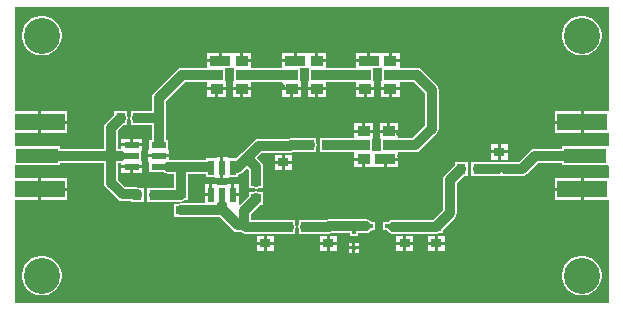
<source format=gbr>
%TF.GenerationSoftware,Altium Limited,Altium Designer,22.6.1 (34)*%
G04 Layer_Physical_Order=1*
G04 Layer_Color=255*
%FSLAX26Y26*%
%MOIN*%
%TF.SameCoordinates,8B827DF8-CB59-4627-A0E1-72AFC477AE17*%
%TF.FilePolarity,Positive*%
%TF.FileFunction,Copper,L1,Top,Signal*%
%TF.Part,Single*%
G01*
G75*
%TA.AperFunction,SMDPad,CuDef*%
%ADD10R,0.035433X0.031496*%
%ADD11R,0.031496X0.035433*%
%ADD12R,0.050000X0.020000*%
%ADD13R,0.041339X0.031890*%
%ADD14R,0.066929X0.031890*%
%TA.AperFunction,ConnectorPad*%
%ADD15R,0.141732X0.050000*%
%ADD16R,0.165354X0.053150*%
%TA.AperFunction,SMDPad,CuDef*%
%ADD17R,0.020000X0.050000*%
%ADD18R,0.013780X0.013780*%
%ADD19R,0.013780X0.013780*%
%TA.AperFunction,Conductor*%
%ADD20C,0.034000*%
%TA.AperFunction,WasherPad*%
%ADD21C,0.120000*%
%TA.AperFunction,ViaPad*%
%ADD22C,0.020000*%
G36*
X2989805Y1647795D02*
X2907126D01*
Y1611220D01*
Y1574646D01*
X2989805D01*
Y1534783D01*
X2986866Y1531000D01*
X2984805Y1531000D01*
X2833134D01*
Y1523451D01*
X2745000D01*
X2736026Y1521666D01*
X2728418Y1516582D01*
X2690286Y1478451D01*
X2648717D01*
Y1479189D01*
X2601284D01*
Y1477734D01*
X2574307D01*
Y1478717D01*
X2530811D01*
Y1456549D01*
X2530360Y1454283D01*
X2530811Y1452018D01*
Y1431284D01*
X2551545D01*
X2553811Y1430833D01*
X2621843D01*
X2630817Y1432618D01*
X2633945Y1434708D01*
X2636001Y1433334D01*
X2644976Y1431549D01*
X2700000D01*
X2708974Y1433334D01*
X2716582Y1438418D01*
X2754714Y1476549D01*
X2833134D01*
Y1469000D01*
X2984805D01*
X2986866Y1469000D01*
X2989805Y1465217D01*
Y1425354D01*
X2907126D01*
Y1388780D01*
Y1352205D01*
X2989805D01*
Y1010195D01*
X1010195D01*
Y1352205D01*
X1087874D01*
Y1388780D01*
Y1425354D01*
X1010195D01*
Y1469000D01*
X1161866D01*
Y1476549D01*
X1306549D01*
Y1410000D01*
X1308334Y1401026D01*
X1313418Y1393418D01*
X1352701Y1354135D01*
X1360309Y1349051D01*
X1369283Y1347266D01*
X1395693D01*
Y1346284D01*
X1439189D01*
Y1361441D01*
X1440892Y1370000D01*
X1439189Y1378560D01*
Y1393717D01*
X1418990D01*
X1416724Y1394167D01*
X1378997D01*
X1353451Y1419714D01*
Y1476549D01*
X1365000D01*
Y1468000D01*
X1400000D01*
X1435000D01*
Y1483000D01*
X1431000Y1484000D01*
Y1516000D01*
X1435000Y1517000D01*
Y1532000D01*
X1400000D01*
X1365000D01*
Y1523451D01*
X1353451D01*
Y1582845D01*
X1371889Y1601284D01*
X1384189D01*
Y1616441D01*
X1385892Y1625000D01*
X1384189Y1633560D01*
Y1648717D01*
X1340693D01*
Y1636416D01*
X1313418Y1609141D01*
X1308334Y1601533D01*
X1306549Y1592559D01*
Y1523451D01*
X1161866D01*
Y1531000D01*
X1010195D01*
Y1574646D01*
X1087874D01*
Y1611220D01*
Y1647795D01*
X1010195D01*
Y1994805D01*
X2989805D01*
Y1647795D01*
D02*
G37*
%LPC*%
G36*
X2906500Y1966000D02*
X2893500D01*
X2880749Y1963464D01*
X2868737Y1958488D01*
X2857927Y1951265D01*
X2848735Y1942072D01*
X2841512Y1931263D01*
X2836536Y1919252D01*
X2834000Y1906500D01*
Y1893500D01*
X2836536Y1880748D01*
X2841512Y1868737D01*
X2848735Y1857928D01*
X2857927Y1848735D01*
X2868737Y1841512D01*
X2880749Y1836536D01*
X2893500Y1834000D01*
X2906500D01*
X2919251Y1836536D01*
X2931263Y1841512D01*
X2942073Y1848735D01*
X2951265Y1857928D01*
X2958488Y1868737D01*
X2963464Y1880748D01*
X2966000Y1893500D01*
Y1906500D01*
X2963464Y1919252D01*
X2958488Y1931263D01*
X2951265Y1942072D01*
X2942073Y1951265D01*
X2931263Y1958488D01*
X2919251Y1963464D01*
X2906500Y1966000D01*
D02*
G37*
G36*
X1106500D02*
X1093500D01*
X1080748Y1963464D01*
X1068737Y1958488D01*
X1057928Y1951265D01*
X1048735Y1942072D01*
X1041512Y1931263D01*
X1036536Y1919252D01*
X1034000Y1906500D01*
Y1893500D01*
X1036536Y1880748D01*
X1041512Y1868737D01*
X1048735Y1857928D01*
X1057928Y1848735D01*
X1068737Y1841512D01*
X1080748Y1836536D01*
X1093500Y1834000D01*
X1106500D01*
X1119252Y1836536D01*
X1131263Y1841512D01*
X1142072Y1848735D01*
X1151265Y1857928D01*
X1158488Y1868737D01*
X1163464Y1880748D01*
X1166000Y1893500D01*
Y1906500D01*
X1163464Y1919252D01*
X1158488Y1931263D01*
X1151265Y1942072D01*
X1142072Y1951265D01*
X1131263Y1958488D01*
X1119252Y1963464D01*
X1106500Y1966000D01*
D02*
G37*
G36*
X2292992Y1842992D02*
X2267323D01*
Y1822047D01*
X2292992D01*
Y1842992D01*
D02*
G37*
G36*
X2185472D02*
X2147008D01*
Y1822047D01*
X2185472D01*
Y1842992D01*
D02*
G37*
G36*
X2047992D02*
X2022323D01*
Y1822047D01*
X2047992D01*
Y1842992D01*
D02*
G37*
G36*
X1940472D02*
X1902008D01*
Y1822047D01*
X1940472D01*
Y1842992D01*
D02*
G37*
G36*
X1797992D02*
X1772323D01*
Y1822047D01*
X1797992D01*
Y1842992D01*
D02*
G37*
G36*
X1690472D02*
X1652008D01*
Y1822047D01*
X1690472D01*
Y1842992D01*
D02*
G37*
G36*
X2257323D02*
X2195472D01*
Y1817047D01*
X2190472D01*
Y1812047D01*
X2147008D01*
Y1793451D01*
X2047992D01*
Y1812047D01*
X2017323D01*
Y1817047D01*
X2012323D01*
Y1842992D01*
X1950472D01*
Y1817047D01*
X1945472D01*
Y1812047D01*
X1902008D01*
Y1793451D01*
X1797992D01*
Y1812047D01*
X1767323D01*
Y1817047D01*
X1762323D01*
Y1842992D01*
X1700472D01*
Y1817047D01*
X1695472D01*
Y1812047D01*
X1652008D01*
Y1793451D01*
X1567000D01*
X1558026Y1791666D01*
X1550418Y1786582D01*
X1550418Y1786582D01*
X1473418Y1709582D01*
X1468334Y1701974D01*
X1466549Y1693000D01*
Y1648451D01*
X1439307D01*
Y1648717D01*
X1395811D01*
Y1633560D01*
X1394109Y1625000D01*
X1395811Y1616441D01*
Y1601284D01*
X1439307D01*
Y1601550D01*
X1466549D01*
Y1553000D01*
X1459000D01*
X1459000Y1522414D01*
X1455000Y1520000D01*
X1455000Y1518586D01*
X1455000Y1518585D01*
Y1505000D01*
X1490000D01*
X1525000D01*
Y1518585D01*
X1525000Y1518586D01*
X1525000Y1520000D01*
X1521000Y1522414D01*
X1521000Y1525000D01*
Y1553000D01*
X1513451D01*
Y1625000D01*
Y1683286D01*
X1576714Y1746549D01*
X1652008D01*
Y1727953D01*
X1713347D01*
Y1748898D01*
X1709347D01*
Y1791102D01*
X1740653D01*
Y1748898D01*
X1736653D01*
Y1727953D01*
X1797992D01*
Y1746549D01*
X1902008D01*
Y1727953D01*
X1963347D01*
Y1748898D01*
X1959347D01*
Y1791102D01*
X1990653D01*
Y1748898D01*
X1986653D01*
Y1727953D01*
X2047992D01*
Y1746549D01*
X2147008D01*
Y1727953D01*
X2208347D01*
Y1748898D01*
X2204347D01*
Y1791102D01*
X2235653D01*
Y1748898D01*
X2231653D01*
Y1727953D01*
X2292992D01*
Y1746549D01*
X2340286D01*
X2376549Y1710286D01*
Y1599714D01*
X2335286Y1558451D01*
X2287992D01*
Y1577047D01*
X2257323D01*
X2226653D01*
Y1556102D01*
X2230653D01*
Y1513898D01*
X2199347D01*
Y1556102D01*
X2203347D01*
Y1577047D01*
X2172677D01*
X2142008D01*
Y1558450D01*
X2069307D01*
Y1558716D01*
X2025811D01*
Y1511283D01*
X2069307D01*
Y1511549D01*
X2142008D01*
Y1492953D01*
X2172677D01*
Y1487953D01*
X2177677D01*
Y1462008D01*
X2239528D01*
Y1487953D01*
X2244528D01*
Y1492953D01*
X2287992D01*
Y1511549D01*
X2345000D01*
X2353974Y1513334D01*
X2361582Y1518418D01*
X2416582Y1573418D01*
X2416582Y1573418D01*
X2421666Y1581026D01*
X2423451Y1590000D01*
Y1720000D01*
X2421666Y1728974D01*
X2416582Y1736582D01*
X2366582Y1786582D01*
X2358974Y1791666D01*
X2350000Y1793451D01*
X2292992D01*
Y1812047D01*
X2262323D01*
Y1817047D01*
X2257323D01*
Y1842992D01*
D02*
G37*
G36*
X2292992Y1717953D02*
X2267323D01*
Y1697008D01*
X2292992D01*
Y1717953D01*
D02*
G37*
G36*
X2257323D02*
X2231653D01*
Y1697008D01*
X2257323D01*
Y1717953D01*
D02*
G37*
G36*
X2208347D02*
X2182677D01*
Y1697008D01*
X2208347D01*
Y1717953D01*
D02*
G37*
G36*
X2172677D02*
X2147008D01*
Y1697008D01*
X2172677D01*
Y1717953D01*
D02*
G37*
G36*
X2047992D02*
X2022323D01*
Y1697008D01*
X2047992D01*
Y1717953D01*
D02*
G37*
G36*
X2012323D02*
X1986653D01*
Y1697008D01*
X2012323D01*
Y1717953D01*
D02*
G37*
G36*
X1963347D02*
X1937677D01*
Y1697008D01*
X1963347D01*
Y1717953D01*
D02*
G37*
G36*
X1927677D02*
X1902008D01*
Y1697008D01*
X1927677D01*
Y1717953D01*
D02*
G37*
G36*
X1797992D02*
X1772323D01*
Y1697008D01*
X1797992D01*
Y1717953D01*
D02*
G37*
G36*
X1762323D02*
X1736653D01*
Y1697008D01*
X1762323D01*
Y1717953D01*
D02*
G37*
G36*
X1713347D02*
X1687677D01*
Y1697008D01*
X1713347D01*
Y1717953D01*
D02*
G37*
G36*
X1677677D02*
X1652008D01*
Y1697008D01*
X1677677D01*
Y1717953D01*
D02*
G37*
G36*
X1185551Y1647795D02*
X1097874D01*
Y1616220D01*
X1185551D01*
Y1647795D01*
D02*
G37*
G36*
X2897126D02*
X2809449D01*
Y1616220D01*
X2897126D01*
Y1647795D01*
D02*
G37*
G36*
X2287992Y1607992D02*
X2262323D01*
Y1587047D01*
X2287992D01*
Y1607992D01*
D02*
G37*
G36*
X2203347D02*
X2177677D01*
Y1587047D01*
X2203347D01*
Y1607992D01*
D02*
G37*
G36*
X2252323D02*
X2226653D01*
Y1587047D01*
X2252323D01*
Y1607992D01*
D02*
G37*
G36*
X2167677D02*
X2142008D01*
Y1587047D01*
X2167677D01*
Y1607992D01*
D02*
G37*
G36*
X2897126Y1606220D02*
X2809449D01*
Y1574646D01*
X2897126D01*
Y1606220D01*
D02*
G37*
G36*
X1185551D02*
X1097874D01*
Y1574646D01*
X1185551D01*
Y1606220D01*
D02*
G37*
G36*
X1435000Y1557000D02*
X1405000D01*
Y1542000D01*
X1435000D01*
Y1557000D01*
D02*
G37*
G36*
X1395000D02*
X1365000D01*
Y1542000D01*
X1395000D01*
Y1557000D01*
D02*
G37*
G36*
X2652717Y1538307D02*
X2630000D01*
Y1517559D01*
X2652717D01*
Y1538307D01*
D02*
G37*
G36*
X2620000D02*
X2597284D01*
Y1517559D01*
X2620000D01*
Y1538307D01*
D02*
G37*
G36*
X2014189Y1558716D02*
X1970693D01*
Y1558450D01*
X1930000D01*
X1921026Y1556665D01*
X1920045Y1556010D01*
X1822559D01*
X1813585Y1554225D01*
X1805977Y1549141D01*
X1765918Y1509082D01*
X1765918Y1509082D01*
X1747836Y1491000D01*
X1722414Y1491000D01*
X1720000Y1495000D01*
X1718586Y1495000D01*
X1718585Y1495000D01*
X1705000D01*
Y1460000D01*
Y1425000D01*
X1718585D01*
X1718586Y1425000D01*
X1720000Y1425000D01*
X1722414Y1429000D01*
X1725000Y1429000D01*
X1753000D01*
Y1437146D01*
X1758974Y1438334D01*
X1766582Y1443418D01*
X1782500Y1459336D01*
X1790833Y1451003D01*
Y1413276D01*
X1791283Y1411010D01*
Y1390811D01*
X1806440D01*
X1815000Y1389109D01*
X1823559Y1390811D01*
X1838716D01*
Y1434307D01*
X1837734D01*
Y1460717D01*
X1835949Y1469691D01*
X1830865Y1477299D01*
X1815664Y1492500D01*
X1832273Y1509109D01*
X1927559D01*
X1936534Y1510894D01*
X1937515Y1511549D01*
X1970693D01*
Y1511283D01*
X2014189D01*
Y1526440D01*
X2015891Y1535000D01*
X2014189Y1543559D01*
Y1558716D01*
D02*
G37*
G36*
X2652717Y1507559D02*
X2630000D01*
Y1486811D01*
X2652717D01*
Y1507559D01*
D02*
G37*
G36*
X2620000D02*
X2597284D01*
Y1486811D01*
X2620000D01*
Y1507559D01*
D02*
G37*
G36*
X1680000Y1495000D02*
X1677586Y1491000D01*
X1675000Y1491000D01*
X1647000D01*
Y1486451D01*
X1525000D01*
Y1495000D01*
X1490000D01*
X1455000D01*
Y1480000D01*
X1459000Y1479000D01*
Y1447000D01*
X1505029D01*
X1505418Y1446418D01*
X1513026Y1441334D01*
X1522000Y1439549D01*
X1541550D01*
Y1394307D01*
X1541284D01*
Y1393451D01*
X1494307D01*
Y1393717D01*
X1450811D01*
Y1378560D01*
X1449109Y1370000D01*
X1450811Y1361441D01*
Y1346284D01*
X1494307D01*
Y1346550D01*
X1562976D01*
X1571951Y1348335D01*
X1575657Y1350811D01*
X1588717D01*
Y1394307D01*
X1588451D01*
Y1439549D01*
X1647000D01*
Y1429000D01*
X1677586Y1429000D01*
X1680000Y1425000D01*
X1681414Y1425000D01*
X1681415Y1425000D01*
X1695000D01*
Y1460000D01*
Y1495000D01*
X1681415D01*
X1681414Y1495000D01*
X1680000Y1495000D01*
D02*
G37*
G36*
X1932716Y1503189D02*
X1910000D01*
Y1482441D01*
X1932716D01*
Y1503189D01*
D02*
G37*
G36*
X1900000D02*
X1877283D01*
Y1482441D01*
X1900000D01*
Y1503189D01*
D02*
G37*
G36*
X2287992Y1482953D02*
X2249528D01*
Y1462008D01*
X2287992D01*
Y1482953D01*
D02*
G37*
G36*
X2167677D02*
X2142008D01*
Y1462008D01*
X2167677D01*
Y1482953D01*
D02*
G37*
G36*
X1932716Y1472441D02*
X1910000D01*
Y1451693D01*
X1932716D01*
Y1472441D01*
D02*
G37*
G36*
X1900000D02*
X1877283D01*
Y1451693D01*
X1900000D01*
Y1472441D01*
D02*
G37*
G36*
X1435000Y1458000D02*
X1405000D01*
Y1443000D01*
X1435000D01*
Y1458000D01*
D02*
G37*
G36*
X1395000D02*
X1365000D01*
Y1443000D01*
X1395000D01*
Y1458000D01*
D02*
G37*
G36*
X1732000Y1405000D02*
X1717000D01*
X1716000Y1401000D01*
X1684000D01*
X1683000Y1405000D01*
X1668000D01*
Y1370000D01*
X1663000D01*
Y1365000D01*
X1643000D01*
Y1340891D01*
X1565000D01*
X1556441Y1339189D01*
X1541284D01*
Y1295693D01*
X1556441D01*
X1565000Y1293990D01*
X1692846D01*
X1735859Y1250977D01*
X1743467Y1245894D01*
X1752441Y1244109D01*
X1766214D01*
X1771026Y1240893D01*
X1780000Y1239108D01*
X1780001Y1239109D01*
X1845000D01*
X1846108Y1239329D01*
X1900693D01*
Y1239284D01*
X1944189D01*
Y1254441D01*
X1945892Y1263000D01*
X1944189Y1271560D01*
Y1286717D01*
X1900693D01*
Y1286230D01*
X1845220D01*
X1844112Y1286010D01*
X1798451D01*
Y1307192D01*
X1826951Y1335693D01*
X1838716D01*
Y1379189D01*
X1823559D01*
X1815000Y1380892D01*
X1806440Y1379189D01*
X1791283D01*
Y1366353D01*
X1762000Y1337070D01*
X1757000Y1339141D01*
Y1365000D01*
X1737000D01*
Y1370000D01*
X1732000D01*
Y1405000D01*
D02*
G37*
G36*
X1185551Y1425354D02*
X1097874D01*
Y1393780D01*
X1185551D01*
Y1425354D01*
D02*
G37*
G36*
X2897126D02*
X2809449D01*
Y1393780D01*
X2897126D01*
Y1425354D01*
D02*
G37*
G36*
X1757000Y1405000D02*
X1742000D01*
Y1375000D01*
X1757000D01*
Y1405000D01*
D02*
G37*
G36*
X1658000D02*
X1643000D01*
Y1375000D01*
X1658000D01*
Y1405000D01*
D02*
G37*
G36*
X2897126Y1383780D02*
X2809449D01*
Y1352205D01*
X2897126D01*
Y1383780D01*
D02*
G37*
G36*
X1185551D02*
X1097874D01*
Y1352205D01*
X1185551D01*
Y1383780D01*
D02*
G37*
G36*
X2180000Y1288451D02*
X2057441D01*
X2048467Y1286666D01*
X2047815Y1286230D01*
X1999307D01*
Y1286717D01*
X1955811D01*
Y1271560D01*
X1954109Y1263000D01*
X1955811Y1254441D01*
Y1239284D01*
X1999307D01*
Y1239329D01*
X2053891D01*
X2055000Y1239109D01*
X2063559Y1240811D01*
X2078716D01*
Y1241549D01*
X2127110D01*
Y1233559D01*
X2152890D01*
Y1241549D01*
X2180000D01*
X2188974Y1243334D01*
X2196582Y1248418D01*
X2199049Y1252110D01*
X2211189D01*
Y1277890D01*
X2199049D01*
X2196582Y1281582D01*
X2188974Y1286666D01*
X2180000Y1288451D01*
D02*
G37*
G36*
X2519189Y1478717D02*
X2475693D01*
Y1466952D01*
X2443418Y1434677D01*
X2438334Y1427069D01*
X2436549Y1418094D01*
Y1317273D01*
X2405286Y1286010D01*
X2312886D01*
X2309283Y1286726D01*
X2269737D01*
X2260763Y1284941D01*
X2253155Y1279858D01*
X2251840Y1277890D01*
X2238559D01*
Y1252110D01*
X2249536D01*
X2253155Y1246694D01*
X2260763Y1241610D01*
X2269737Y1239825D01*
X2306397D01*
X2310000Y1239109D01*
X2415000D01*
X2423559Y1240811D01*
X2438716D01*
Y1253111D01*
X2476582Y1290977D01*
X2476582Y1290977D01*
X2481666Y1298585D01*
X2483451Y1307559D01*
X2483451Y1307560D01*
Y1408381D01*
X2506353Y1431284D01*
X2519189D01*
Y1452018D01*
X2519640Y1454284D01*
X2519189Y1456549D01*
Y1478717D01*
D02*
G37*
G36*
X2442716Y1233189D02*
X2420000D01*
Y1212441D01*
X2442716D01*
Y1233189D01*
D02*
G37*
G36*
X2337716D02*
X2315000D01*
Y1212441D01*
X2337716D01*
Y1233189D01*
D02*
G37*
G36*
X2082716D02*
X2060000D01*
Y1212441D01*
X2082716D01*
Y1233189D01*
D02*
G37*
G36*
X1872716D02*
X1850000D01*
Y1212441D01*
X1872716D01*
Y1233189D01*
D02*
G37*
G36*
X2410000D02*
X2387283D01*
Y1212441D01*
X2410000D01*
Y1233189D01*
D02*
G37*
G36*
X2305000D02*
X2282283D01*
Y1212441D01*
X2305000D01*
Y1233189D01*
D02*
G37*
G36*
X2050000D02*
X2027283D01*
Y1212441D01*
X2050000D01*
Y1233189D01*
D02*
G37*
G36*
X1840000D02*
X1817283D01*
Y1212441D01*
X1840000D01*
Y1233189D01*
D02*
G37*
G36*
X2156890Y1210189D02*
X2145000D01*
Y1198299D01*
X2156890D01*
Y1210189D01*
D02*
G37*
G36*
X2135000D02*
X2123110D01*
Y1198299D01*
X2135000D01*
Y1210189D01*
D02*
G37*
G36*
X2442716Y1202441D02*
X2420000D01*
Y1181693D01*
X2442716D01*
Y1202441D01*
D02*
G37*
G36*
X2410000D02*
X2387283D01*
Y1181693D01*
X2410000D01*
Y1202441D01*
D02*
G37*
G36*
X2337716D02*
X2315000D01*
Y1181693D01*
X2337716D01*
Y1202441D01*
D02*
G37*
G36*
X2305000D02*
X2282283D01*
Y1181693D01*
X2305000D01*
Y1202441D01*
D02*
G37*
G36*
X2082716D02*
X2060000D01*
Y1181693D01*
X2082716D01*
Y1202441D01*
D02*
G37*
G36*
X2050000D02*
X2027283D01*
Y1181693D01*
X2050000D01*
Y1202441D01*
D02*
G37*
G36*
X1872716D02*
X1850000D01*
Y1181693D01*
X1872716D01*
Y1202441D01*
D02*
G37*
G36*
X1840000D02*
X1817283D01*
Y1181693D01*
X1840000D01*
Y1202441D01*
D02*
G37*
G36*
X2156890Y1188299D02*
X2145000D01*
Y1176409D01*
X2156890D01*
Y1188299D01*
D02*
G37*
G36*
X2135000D02*
X2123110D01*
Y1176409D01*
X2135000D01*
Y1188299D01*
D02*
G37*
G36*
X2906500Y1166000D02*
X2893500D01*
X2880749Y1163464D01*
X2868737Y1158488D01*
X2857927Y1151265D01*
X2848735Y1142072D01*
X2841512Y1131263D01*
X2836536Y1119252D01*
X2834000Y1106500D01*
Y1093500D01*
X2836536Y1080748D01*
X2841512Y1068737D01*
X2848735Y1057928D01*
X2857927Y1048735D01*
X2868737Y1041512D01*
X2880749Y1036536D01*
X2893500Y1034000D01*
X2906500D01*
X2919251Y1036536D01*
X2931263Y1041512D01*
X2942073Y1048735D01*
X2951265Y1057928D01*
X2958488Y1068737D01*
X2963464Y1080748D01*
X2966000Y1093500D01*
Y1106500D01*
X2963464Y1119252D01*
X2958488Y1131263D01*
X2951265Y1142072D01*
X2942073Y1151265D01*
X2931263Y1158488D01*
X2919251Y1163464D01*
X2906500Y1166000D01*
D02*
G37*
G36*
X1106500D02*
X1093500D01*
X1080748Y1163464D01*
X1068737Y1158488D01*
X1057928Y1151265D01*
X1048735Y1142072D01*
X1041512Y1131263D01*
X1036536Y1119252D01*
X1034000Y1106500D01*
Y1093500D01*
X1036536Y1080748D01*
X1041512Y1068737D01*
X1048735Y1057928D01*
X1057928Y1048735D01*
X1068737Y1041512D01*
X1080748Y1036536D01*
X1093500Y1034000D01*
X1106500D01*
X1119252Y1036536D01*
X1131263Y1041512D01*
X1142072Y1048735D01*
X1151265Y1057928D01*
X1158488Y1068737D01*
X1163464Y1080748D01*
X1166000Y1093500D01*
Y1106500D01*
X1163464Y1119252D01*
X1158488Y1131263D01*
X1151265Y1142072D01*
X1142072Y1151265D01*
X1131263Y1158488D01*
X1119252Y1163464D01*
X1106500Y1166000D01*
D02*
G37*
%LPD*%
D10*
X1565000Y1372559D02*
D03*
Y1317441D02*
D03*
X1815000Y1357441D02*
D03*
Y1412559D02*
D03*
X2055000Y1207441D02*
D03*
Y1262559D02*
D03*
X1845000Y1207441D02*
D03*
Y1262559D02*
D03*
X2415000Y1207441D02*
D03*
Y1262559D02*
D03*
X2625000Y1512559D02*
D03*
Y1457441D02*
D03*
X2310000Y1207441D02*
D03*
Y1262559D02*
D03*
X1905000Y1477441D02*
D03*
Y1532559D02*
D03*
D11*
X1362441Y1625000D02*
D03*
X1417559D02*
D03*
X1417441Y1370000D02*
D03*
X1472559D02*
D03*
X1922441Y1263000D02*
D03*
X1977559D02*
D03*
X2047559Y1535000D02*
D03*
X1992441D02*
D03*
X2497441Y1455000D02*
D03*
X2552559D02*
D03*
D12*
X1400000Y1537000D02*
D03*
Y1463000D02*
D03*
X1490000D02*
D03*
Y1500000D02*
D03*
Y1537000D02*
D03*
X1400000Y1500000D02*
D03*
D13*
X2262323Y1817047D02*
D03*
Y1770000D02*
D03*
Y1722953D02*
D03*
X2177677D02*
D03*
Y1770000D02*
D03*
X2172677Y1487953D02*
D03*
Y1535000D02*
D03*
Y1582047D02*
D03*
X2257323D02*
D03*
Y1535000D02*
D03*
X2017323Y1817047D02*
D03*
Y1770000D02*
D03*
Y1722953D02*
D03*
X1932677D02*
D03*
Y1770000D02*
D03*
X1767323Y1817047D02*
D03*
Y1770000D02*
D03*
Y1722953D02*
D03*
X1682677D02*
D03*
Y1770000D02*
D03*
D14*
X2190472Y1817047D02*
D03*
X2244528Y1487953D02*
D03*
X1945472Y1817047D02*
D03*
X1695472D02*
D03*
D15*
X2910000Y1500000D02*
D03*
X1085000D02*
D03*
D16*
X2902126Y1388780D02*
D03*
Y1611220D02*
D03*
X1092874Y1388780D02*
D03*
Y1611220D02*
D03*
D17*
X1663000Y1370000D02*
D03*
X1737000D02*
D03*
Y1460000D02*
D03*
X1700000D02*
D03*
X1663000D02*
D03*
X1700000Y1370000D02*
D03*
D18*
X2251449Y1265000D02*
D03*
X2198299D02*
D03*
D19*
X2140000Y1246449D02*
D03*
Y1193299D02*
D03*
D20*
X2460000Y1307559D02*
Y1418094D01*
X2415000Y1262559D02*
X2460000Y1307559D01*
Y1418094D02*
X2496189Y1454284D01*
X1330000Y1500000D02*
X1365000D01*
X1416724Y1370717D02*
X1417441Y1370000D01*
X1369283Y1370717D02*
X1416724D01*
X1330000Y1410000D02*
Y1500000D01*
Y1410000D02*
X1369283Y1370717D01*
X1085000Y1500000D02*
X1330000D01*
X1361189Y1624284D02*
X1361906Y1625000D01*
X1361189Y1623748D02*
Y1624284D01*
X1330000Y1500000D02*
Y1592559D01*
X1361906Y1625000D02*
X1362441D01*
X1330000Y1592559D02*
X1361189Y1623748D01*
X1490000Y1625000D02*
Y1693000D01*
Y1550000D02*
Y1625000D01*
X1417559Y1625000D02*
X1490000D01*
X1490000Y1625000D01*
X1522000Y1463000D02*
X1565000D01*
X1650000D01*
X1565000D02*
X1565000Y1463000D01*
Y1372559D02*
Y1463000D01*
Y1372024D02*
Y1372559D01*
X1472559Y1370000D02*
X1562976D01*
X1565000Y1372024D01*
X1700000Y1317441D02*
Y1335000D01*
X1565000Y1317441D02*
X1702559D01*
X1752441Y1267559D02*
X1775000D01*
X1702559Y1317441D02*
X1752441Y1267559D01*
X1780000Y1262559D02*
X1845000D01*
X1775000Y1267559D02*
Y1316906D01*
Y1267559D02*
X1780000Y1262559D01*
X1775000Y1316906D02*
X1815000Y1356906D01*
Y1357441D01*
X1782500Y1492500D02*
X1822559Y1532559D01*
X1750000Y1460000D02*
X1782500Y1492500D01*
X1814283Y1413276D02*
Y1460717D01*
X1782500Y1492500D02*
X1814283Y1460717D01*
Y1413276D02*
X1815000Y1412559D01*
X2700000Y1455000D02*
X2745000Y1500000D01*
X2910000D01*
X2057441Y1265000D02*
X2180000D01*
X2056252Y1263811D02*
X2057441Y1265000D01*
X2055000Y1262559D02*
Y1263094D01*
X2055716Y1263811D01*
X2056252D01*
X1977780Y1262780D02*
X2054779D01*
X2055000Y1262559D01*
X1977559Y1263000D02*
X1977780Y1262780D01*
X1845220D02*
X1922220D01*
X1845000Y1262559D02*
X1845220Y1262780D01*
X1922220D02*
X1922441Y1263000D01*
X2310000Y1262559D02*
X2415000D01*
X2269737Y1263276D02*
X2309283D01*
X1930000Y1535000D02*
X1992441D01*
X1822559Y1532559D02*
X1927559D01*
X1930000Y1535000D01*
X2060000D02*
X2150000D01*
X2280000Y1535000D02*
X2345000D01*
X2400000Y1590000D01*
Y1720000D01*
X2350000Y1770000D02*
X2400000Y1720000D01*
X2262323Y1770000D02*
X2350000D01*
X2017323D02*
X2177677D01*
X1767323D02*
X1932677D01*
X1567000D02*
X1659333D01*
X1490000Y1693000D02*
X1567000Y1770000D01*
X2644976Y1455000D02*
X2700000D01*
X2553811Y1454283D02*
X2621843D01*
D21*
X2900000Y1900000D02*
D03*
Y1100000D02*
D03*
X1100000D02*
D03*
Y1900000D02*
D03*
D22*
X2175000Y1440000D02*
D03*
X1861935Y1158250D02*
D03*
X1821935D02*
D03*
X2393282Y1158870D02*
D03*
X2433282D02*
D03*
X2288282D02*
D03*
X2328282D02*
D03*
X2035000Y1155000D02*
D03*
X2075000D02*
D03*
X2245000Y1650000D02*
D03*
X2145000D02*
D03*
X2295000D02*
D03*
X2951853Y1545392D02*
D03*
X2911853D02*
D03*
X2871853D02*
D03*
X2830000Y1550000D02*
D03*
X2792366Y1537725D02*
D03*
X2752366D02*
D03*
X2715027Y1523378D02*
D03*
X2686743Y1495094D02*
D03*
X2570000Y1495000D02*
D03*
X2545000Y1400000D02*
D03*
X2576468Y1416559D02*
D03*
X2616468D02*
D03*
X2656461Y1417275D02*
D03*
X2696461D02*
D03*
X2732655Y1434304D02*
D03*
X2761250Y1462275D02*
D03*
X2795000Y1450000D02*
D03*
X2840000D02*
D03*
X2880508Y1454608D02*
D03*
X2920508D02*
D03*
X2960508D02*
D03*
X2467001Y1486727D02*
D03*
X2443162Y1454607D02*
D03*
X2422667Y1420256D02*
D03*
X2422275Y1380258D02*
D03*
Y1340258D02*
D03*
X2403846Y1304756D02*
D03*
X2364097Y1300284D02*
D03*
X2324097D02*
D03*
X2284103Y1301001D02*
D03*
X2240000Y1310000D02*
D03*
X2252548Y1229987D02*
D03*
X2372294Y1224834D02*
D03*
X2450339Y1237187D02*
D03*
X2474703Y1268911D02*
D03*
X2497037Y1302095D02*
D03*
X2497725Y1342089D02*
D03*
Y1382089D02*
D03*
X2516305Y1417512D02*
D03*
X2525000Y1495000D02*
D03*
X2124793Y1302725D02*
D03*
X2084793D02*
D03*
X2044855Y1300504D02*
D03*
X2004855D02*
D03*
X1988289Y1224892D02*
D03*
X2108256Y1227275D02*
D03*
X2147448Y1219278D02*
D03*
X2186450Y1228159D02*
D03*
X2181970Y1302333D02*
D03*
X1615841Y1355166D02*
D03*
X1515000Y1315000D02*
D03*
X1553761Y1281301D02*
D03*
X1593730Y1279716D02*
D03*
X1633730D02*
D03*
X1673730D02*
D03*
X1707834Y1258815D02*
D03*
X1738371Y1232978D02*
D03*
X1777612Y1225226D02*
D03*
X1897610Y1225055D02*
D03*
X1937610Y1224892D02*
D03*
X1949748Y1297047D02*
D03*
X1909954Y1301108D02*
D03*
X1869959Y1300504D02*
D03*
X1836225Y1321999D02*
D03*
X1853108Y1358261D02*
D03*
X1767553Y1362810D02*
D03*
X1631645Y1500725D02*
D03*
X1591645D02*
D03*
X1551645D02*
D03*
X1468986Y1432608D02*
D03*
X1500304Y1407725D02*
D03*
X1460305Y1408108D02*
D03*
X1482929Y1331892D02*
D03*
X1603108Y1386800D02*
D03*
X1614047Y1425275D02*
D03*
X1652620Y1414684D02*
D03*
X1680804Y1503840D02*
D03*
X1955050Y1572725D02*
D03*
X1915125Y1570284D02*
D03*
X1875125D02*
D03*
X1835125D02*
D03*
X1796555Y1559683D02*
D03*
X1768160Y1531511D02*
D03*
X1737864Y1505392D02*
D03*
X1737156Y1414608D02*
D03*
X1776892Y1410014D02*
D03*
X1853108Y1414858D02*
D03*
X1852008Y1454842D02*
D03*
X1852813Y1494834D02*
D03*
X1972768Y1497275D02*
D03*
X2012764Y1497802D02*
D03*
X2015993Y1571556D02*
D03*
X2047071Y1496892D02*
D03*
X2087069Y1497275D02*
D03*
X2127069D02*
D03*
X2105235Y1572725D02*
D03*
X2065235D02*
D03*
X2315000Y1810000D02*
D03*
X2220000Y1770000D02*
D03*
X2308204Y1732275D02*
D03*
X2346365Y1720284D02*
D03*
X2362275Y1683584D02*
D03*
Y1643584D02*
D03*
X2360283Y1603634D02*
D03*
X2331999Y1575350D02*
D03*
X2292085Y1572725D02*
D03*
X2215000Y1540000D02*
D03*
X2294869Y1497275D02*
D03*
X2334869D02*
D03*
X2372930Y1509579D02*
D03*
X2401214Y1537863D02*
D03*
X2429218Y1566424D02*
D03*
X2437725Y1605509D02*
D03*
Y1645509D02*
D03*
Y1685509D02*
D03*
X2437030Y1725503D02*
D03*
X2414676Y1758675D02*
D03*
X2386392Y1786959D02*
D03*
X2351970Y1807333D02*
D03*
X2123532Y1807725D02*
D03*
X2083532D02*
D03*
X1975000Y1770000D02*
D03*
X2064279Y1732275D02*
D03*
X2104279D02*
D03*
X2135000Y1735000D02*
D03*
X1868188Y1807725D02*
D03*
X1828188D02*
D03*
X1819279Y1732275D02*
D03*
X1859279D02*
D03*
X1899279D02*
D03*
X1638293Y1807725D02*
D03*
X1598293D02*
D03*
X1558315Y1806397D02*
D03*
X1526200Y1782551D02*
D03*
X1497916Y1754267D02*
D03*
X1469631Y1725982D02*
D03*
X1452275Y1689944D02*
D03*
X1422613Y1663108D02*
D03*
X1412290Y1586892D02*
D03*
X1452275Y1585811D02*
D03*
X1444608Y1546553D02*
D03*
X1534147Y1520741D02*
D03*
X1530015Y1560527D02*
D03*
X1527725Y1600461D02*
D03*
Y1640461D02*
D03*
X1530701Y1680350D02*
D03*
X1558985Y1708634D02*
D03*
X1591252Y1732275D02*
D03*
X1631252D02*
D03*
X1723738Y1773229D02*
D03*
X1323939Y1639849D02*
D03*
X1296950Y1610326D02*
D03*
X1292275Y1570600D02*
D03*
X1269489Y1537725D02*
D03*
X1229489D02*
D03*
X1189489D02*
D03*
X1150231Y1545392D02*
D03*
X1110231D02*
D03*
X1070231D02*
D03*
X1030231D02*
D03*
X1056041Y1454608D02*
D03*
X1096041D02*
D03*
X1136041D02*
D03*
X1175300Y1462275D02*
D03*
X1215300D02*
D03*
X1255300D02*
D03*
X1292275Y1447017D02*
D03*
X1292667Y1407019D02*
D03*
X1313671Y1372977D02*
D03*
X1341956Y1344693D02*
D03*
X1380206Y1332992D02*
D03*
X1420191Y1331892D02*
D03*
X1415089Y1408441D02*
D03*
X1376076Y1417275D02*
D03*
X1445000Y1460000D02*
D03*
X1382765Y1587802D02*
D03*
X1385993Y1661556D02*
D03*
X1205000Y1385000D02*
D03*
X1965000Y1455000D02*
D03*
X2540000Y1315000D02*
D03*
X1755000Y1675000D02*
D03*
X2055000D02*
D03*
X1650000D02*
D03*
X1805000D02*
D03*
X2005000Y1680000D02*
D03*
X1715000Y1865000D02*
D03*
X1770000D02*
D03*
X1665000D02*
D03*
X1955000Y1680000D02*
D03*
X2015000Y1870000D02*
D03*
X1950000D02*
D03*
X2195000Y1650000D02*
D03*
X2125000Y1870000D02*
D03*
X1105000Y1670000D02*
D03*
Y1330000D02*
D03*
X2950000Y1335000D02*
D03*
X2945000Y1670000D02*
D03*
X2195000Y1870000D02*
D03*
X2905000Y1335000D02*
D03*
X2900000Y1670000D02*
D03*
X2270000Y1440000D02*
D03*
X2605000Y1555000D02*
D03*
X2260000Y1870000D02*
D03*
X2160000Y1155000D02*
D03*
X1050000Y1330000D02*
D03*
X1055000Y1670000D02*
D03*
X2685000Y1550000D02*
D03*
X2785000Y1415000D02*
D03*
X2860000Y1335000D02*
D03*
X2785000Y1380000D02*
D03*
X2855000Y1670000D02*
D03*
X2790000Y1615000D02*
D03*
X1160000Y1330000D02*
D03*
X1205000Y1600000D02*
D03*
X1155000Y1670000D02*
D03*
X2220000Y1440000D02*
D03*
X2540000Y1360000D02*
D03*
X2120000Y1155000D02*
D03*
X2645000Y1555000D02*
D03*
X1700000Y1675000D02*
D03*
X1910000Y1680000D02*
D03*
%TF.MD5,bf19cda3d016ebef4ff7aa82c46dee6a*%
M02*

</source>
